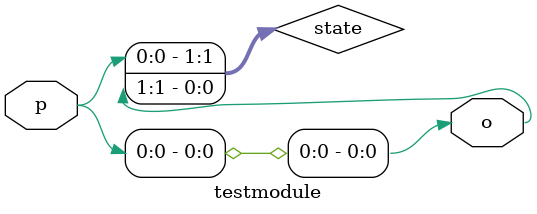
<source format=v>
module testmodule (input [0:1] p, output [0:1] o);
	reg [0:1] state;

	//initial begin
	//	state[0] = 1;
	//	state[1] = 1;
	//end
	
	assign state[0] = p[0];

	assign o = state;


endmodule

</source>
